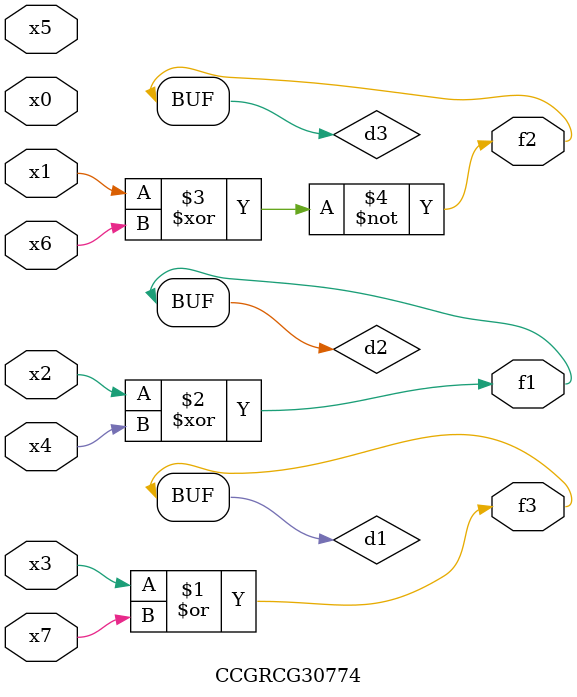
<source format=v>
module CCGRCG30774(
	input x0, x1, x2, x3, x4, x5, x6, x7,
	output f1, f2, f3
);

	wire d1, d2, d3;

	or (d1, x3, x7);
	xor (d2, x2, x4);
	xnor (d3, x1, x6);
	assign f1 = d2;
	assign f2 = d3;
	assign f3 = d1;
endmodule

</source>
